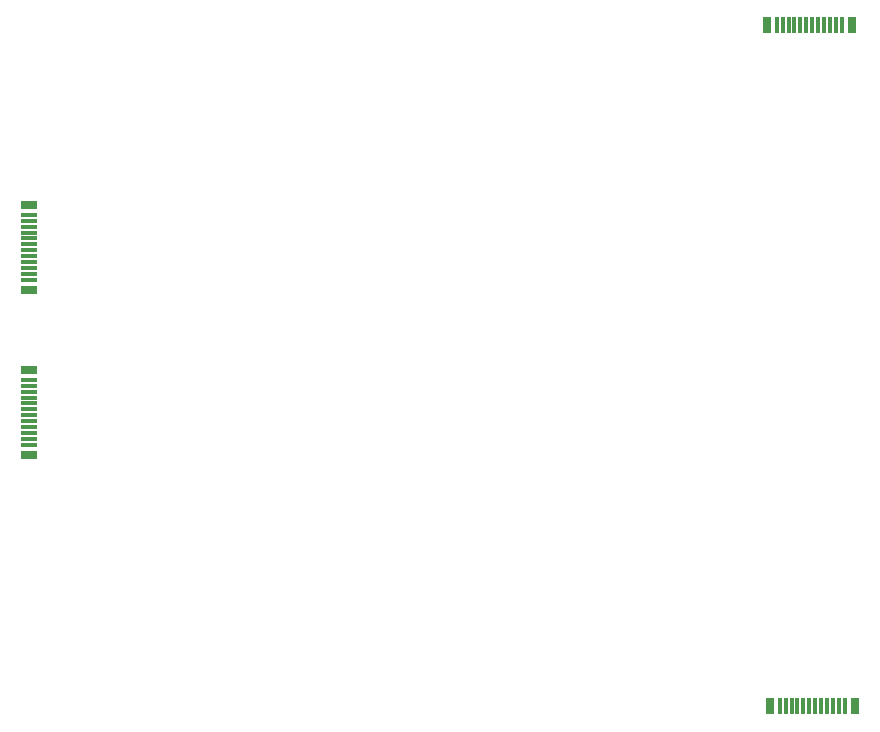
<source format=gbr>
G04 EAGLE Gerber RS-274X export*
G75*
%MOMM*%
%FSLAX34Y34*%
%LPD*%
%INSolderpaste Bottom*%
%IPPOS*%
%AMOC8*
5,1,8,0,0,1.08239X$1,22.5*%
G01*
%ADD10R,1.400000X0.300000*%
%ADD11R,1.400000X0.700000*%
%ADD12R,0.300000X1.400000*%
%ADD13R,0.700000X1.400000*%


D10*
X106680Y432240D03*
X106680Y437240D03*
X106680Y442240D03*
X106680Y447240D03*
X106680Y452240D03*
X106680Y457240D03*
X106680Y462240D03*
X106680Y467240D03*
X106680Y472240D03*
X106680Y477240D03*
X106680Y482240D03*
X106680Y487240D03*
D11*
X106680Y423740D03*
X106680Y495740D03*
D10*
X106680Y292540D03*
X106680Y297540D03*
X106680Y302540D03*
X106680Y307540D03*
X106680Y312540D03*
X106680Y317540D03*
X106680Y322540D03*
X106680Y327540D03*
X106680Y332540D03*
X106680Y337540D03*
X106680Y342540D03*
X106680Y347540D03*
D11*
X106680Y284040D03*
X106680Y356040D03*
D12*
X739580Y647700D03*
X744580Y647700D03*
X749580Y647700D03*
X754580Y647700D03*
X759580Y647700D03*
X764580Y647700D03*
X769580Y647700D03*
X774580Y647700D03*
X779580Y647700D03*
X784580Y647700D03*
X789580Y647700D03*
X794580Y647700D03*
D13*
X731080Y647700D03*
X803080Y647700D03*
D12*
X797120Y71120D03*
X792120Y71120D03*
X787120Y71120D03*
X782120Y71120D03*
X777120Y71120D03*
X772120Y71120D03*
X767120Y71120D03*
X762120Y71120D03*
X757120Y71120D03*
X752120Y71120D03*
X747120Y71120D03*
X742120Y71120D03*
D13*
X805620Y71120D03*
X733620Y71120D03*
M02*

</source>
